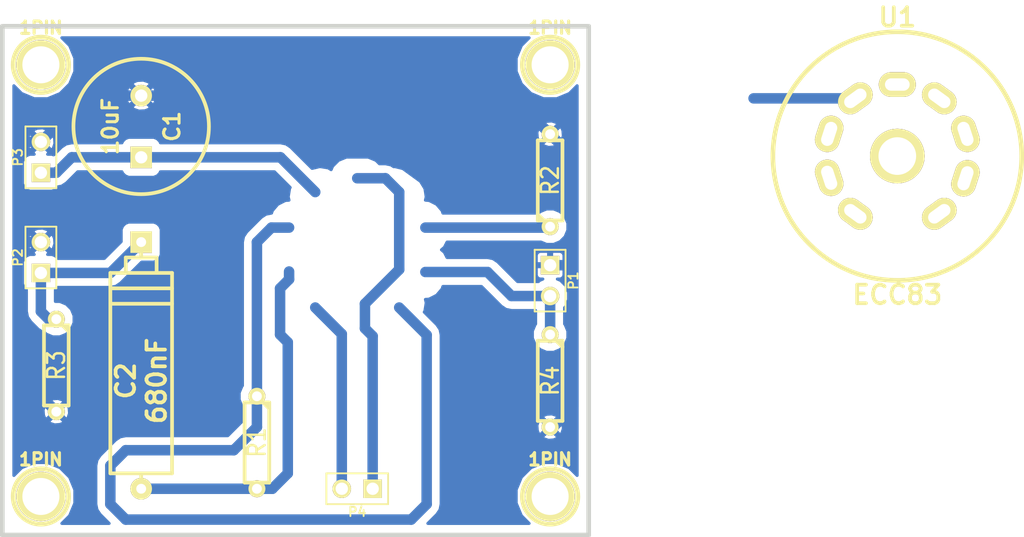
<source format=kicad_pcb>
(kicad_pcb (version 3) (host pcbnew "(2014-05-16 BZR 4868)-product")

  (general
    (links 20)
    (no_connects 0)
    (area 118.759514 89.3318 168.465501 133.6802)
    (thickness 1.6002)
    (drawings 4)
    (tracks 63)
    (zones 0)
    (modules 15)
    (nets 10)
  )

  (page A4)
  (layers
    (15 Dessus signal)
    (0 Dessous signal)
    (16 B.Adhes user)
    (17 F.Adhes user)
    (18 B.Paste user)
    (19 F.Paste user)
    (20 B.SilkS user)
    (21 F.SilkS user)
    (22 B.Mask user)
    (23 F.Mask user)
    (24 Dwgs.User user)
    (25 Cmts.User user)
    (26 Eco1.User user)
    (27 Eco2.User user)
    (28 Edge.Cuts user)
  )

  (setup
    (last_trace_width 0.8636)
    (user_trace_width 1)
    (user_trace_width 2)
    (user_trace_width 3)
    (trace_clearance 0.508)
    (zone_clearance 0.635)
    (zone_45_only no)
    (trace_min 0.154)
    (segment_width 0.381)
    (edge_width 0.381)
    (via_size 1.905)
    (via_drill 0.635)
    (via_min_size 0.889)
    (via_min_drill 0.508)
    (user_via 2 1)
    (user_via 3 2)
    (uvia_size 0.508)
    (uvia_drill 0.127)
    (uvias_allowed no)
    (uvia_min_size 0.508)
    (uvia_min_drill 0.127)
    (pcb_text_width 0.3048)
    (pcb_text_size 1.524 2.032)
    (mod_edge_width 0.381)
    (mod_text_size 1.524 1.524)
    (mod_text_width 0.3048)
    (pad_size 2.794 1.397)
    (pad_drill 1.9304)
    (pad_to_mask_clearance 0.254)
    (aux_axis_origin 0 0)
    (visible_elements FFFFFFBF)
    (pcbplotparams
      (layerselection 3178497)
      (usegerberextensions true)
      (excludeedgelayer true)
      (linewidth 0.150000)
      (plotframeref false)
      (viasonmask false)
      (mode 1)
      (useauxorigin false)
      (hpglpennumber 1)
      (hpglpenspeed 20)
      (hpglpendiameter 15)
      (hpglpenoverlay 2)
      (psnegative false)
      (psa4output false)
      (plotreference true)
      (plotvalue true)
      (plotothertext true)
      (plotinvisibletext false)
      (padsonsilk false)
      (subtractmaskfromsilk false)
      (outputformat 1)
      (mirror false)
      (drillshape 1)
      (scaleselection 1)
      (outputdirectory ""))
  )

  (net 0 "")
  (net 1 GND)
  (net 2 N-000001)
  (net 3 N-000002)
  (net 4 N-000003)
  (net 5 N-000004)
  (net 6 N-000005)
  (net 7 N-000006)
  (net 8 N-000007)
  (net 9 N-000008)

  (net_class Default "Ceci est la Netclass par défaut"
    (clearance 0.508)
    (trace_width 0.8636)
    (via_dia 1.905)
    (via_drill 0.635)
    (uvia_dia 0.508)
    (uvia_drill 0.127)
    (add_net GND)
    (add_net N-000001)
    (add_net N-000002)
    (add_net N-000003)
    (add_net N-000004)
    (add_net N-000005)
    (add_net N-000006)
    (add_net N-000007)
    (add_net N-000008)
  )

  (module C2V10 (layer Dessus) (tedit 41854742) (tstamp 4549F4BE)
    (at 131.445 99.06 90)
    (descr "Condensateur polarise")
    (tags CP)
    (fp_text reference C1 (at 0 2.54 90) (layer F.SilkS)
      (effects (font (size 1.27 1.27) (thickness 0.254)))
    )
    (fp_text value 10uF (at 0 -2.54 90) (layer F.SilkS)
      (effects (font (size 1.27 1.27) (thickness 0.254)))
    )
    (fp_circle (center 0 0) (end 4.826 -2.794) (layer F.SilkS) (width 0.3048))
    (pad 1 thru_hole rect (at -2.54 0 90) (size 1.778 1.778) (drill 1.016) (layers *.Cu *.Mask F.SilkS)
      (net 7 N-000006))
    (pad 2 thru_hole circle (at 2.54 0 90) (size 1.778 1.778) (drill 1.016) (layers *.Cu *.Mask F.SilkS)
      (net 1 GND))
    (model discret/c_vert_c2v10.wrl
      (at (xyz 0 0 0))
      (scale (xyz 1 1 1))
      (rotate (xyz 0 0 0))
    )
  )

  (module R3 (layer Dessus) (tedit 200000) (tstamp 4549F38A)
    (at 140.97 125.095 270)
    (descr "Resitance 3 pas")
    (tags R)
    (autoplace_cost180 10)
    (fp_text reference R1 (at 0 0 270) (layer F.SilkS)
      (effects (font (size 1.397 1.27) (thickness 0.2032)))
    )
    (fp_text value 1.5K (at 0 0 270) (layer F.SilkS) hide
      (effects (font (size 1.397 1.27) (thickness 0.2032)))
    )
    (fp_line (start -3.81 0) (end -3.302 0) (layer F.SilkS) (width 0.3048))
    (fp_line (start 3.81 0) (end 3.302 0) (layer F.SilkS) (width 0.3048))
    (fp_line (start 3.302 0) (end 3.302 -1.016) (layer F.SilkS) (width 0.3048))
    (fp_line (start 3.302 -1.016) (end -3.302 -1.016) (layer F.SilkS) (width 0.3048))
    (fp_line (start -3.302 -1.016) (end -3.302 1.016) (layer F.SilkS) (width 0.3048))
    (fp_line (start -3.302 1.016) (end 3.302 1.016) (layer F.SilkS) (width 0.3048))
    (fp_line (start 3.302 1.016) (end 3.302 0) (layer F.SilkS) (width 0.3048))
    (fp_line (start -3.302 -0.508) (end -2.794 -1.016) (layer F.SilkS) (width 0.3048))
    (pad 1 thru_hole circle (at -3.81 0 270) (size 1.397 1.397) (drill 0.8128) (layers *.Cu *.Mask F.SilkS)
      (net 5 N-000004))
    (pad 2 thru_hole circle (at 3.81 0 270) (size 1.397 1.397) (drill 0.8128) (layers *.Cu *.Mask F.SilkS)
      (net 9 N-000008))
    (model discret/resistor.wrl
      (at (xyz 0 0 0))
      (scale (xyz 0.3 0.3 0.3))
      (rotate (xyz 0 0 0))
    )
  )

  (module R3 (layer Dessus) (tedit 200000) (tstamp 4549F3AD)
    (at 124.46 118.745 270)
    (descr "Resitance 3 pas")
    (tags R)
    (autoplace_cost180 10)
    (fp_text reference R3 (at 0 0 270) (layer F.SilkS)
      (effects (font (size 1.397 1.27) (thickness 0.2032)))
    )
    (fp_text value 100K (at 0 0 270) (layer F.SilkS) hide
      (effects (font (size 1.397 1.27) (thickness 0.2032)))
    )
    (fp_line (start -3.81 0) (end -3.302 0) (layer F.SilkS) (width 0.3048))
    (fp_line (start 3.81 0) (end 3.302 0) (layer F.SilkS) (width 0.3048))
    (fp_line (start 3.302 0) (end 3.302 -1.016) (layer F.SilkS) (width 0.3048))
    (fp_line (start 3.302 -1.016) (end -3.302 -1.016) (layer F.SilkS) (width 0.3048))
    (fp_line (start -3.302 -1.016) (end -3.302 1.016) (layer F.SilkS) (width 0.3048))
    (fp_line (start -3.302 1.016) (end 3.302 1.016) (layer F.SilkS) (width 0.3048))
    (fp_line (start 3.302 1.016) (end 3.302 0) (layer F.SilkS) (width 0.3048))
    (fp_line (start -3.302 -0.508) (end -2.794 -1.016) (layer F.SilkS) (width 0.3048))
    (pad 1 thru_hole circle (at -3.81 0 270) (size 1.397 1.397) (drill 0.8128) (layers *.Cu *.Mask F.SilkS)
      (net 4 N-000003))
    (pad 2 thru_hole circle (at 3.81 0 270) (size 1.397 1.397) (drill 0.8128) (layers *.Cu *.Mask F.SilkS)
      (net 1 GND))
    (model discret/resistor.wrl
      (at (xyz 0 0 0))
      (scale (xyz 0.3 0.3 0.3))
      (rotate (xyz 0 0 0))
    )
  )

  (module R3 (layer Dessus) (tedit 200000) (tstamp 4549F3A2)
    (at 165.1 120.015 270)
    (descr "Resitance 3 pas")
    (tags R)
    (autoplace_cost180 10)
    (fp_text reference R4 (at 0 0 270) (layer F.SilkS)
      (effects (font (size 1.397 1.27) (thickness 0.2032)))
    )
    (fp_text value 47K (at 0 0 270) (layer F.SilkS) hide
      (effects (font (size 1.397 1.27) (thickness 0.2032)))
    )
    (fp_line (start -3.81 0) (end -3.302 0) (layer F.SilkS) (width 0.3048))
    (fp_line (start 3.81 0) (end 3.302 0) (layer F.SilkS) (width 0.3048))
    (fp_line (start 3.302 0) (end 3.302 -1.016) (layer F.SilkS) (width 0.3048))
    (fp_line (start 3.302 -1.016) (end -3.302 -1.016) (layer F.SilkS) (width 0.3048))
    (fp_line (start -3.302 -1.016) (end -3.302 1.016) (layer F.SilkS) (width 0.3048))
    (fp_line (start -3.302 1.016) (end 3.302 1.016) (layer F.SilkS) (width 0.3048))
    (fp_line (start 3.302 1.016) (end 3.302 0) (layer F.SilkS) (width 0.3048))
    (fp_line (start -3.302 -0.508) (end -2.794 -1.016) (layer F.SilkS) (width 0.3048))
    (pad 1 thru_hole circle (at -3.81 0 270) (size 1.397 1.397) (drill 0.8128) (layers *.Cu *.Mask F.SilkS)
      (net 8 N-000007))
    (pad 2 thru_hole circle (at 3.81 0 270) (size 1.397 1.397) (drill 0.8128) (layers *.Cu *.Mask F.SilkS)
      (net 1 GND))
    (model discret/resistor.wrl
      (at (xyz 0 0 0))
      (scale (xyz 0.3 0.3 0.3))
      (rotate (xyz 0 0 0))
    )
  )

  (module R3 (layer Dessus) (tedit 200000) (tstamp 4549F39D)
    (at 165.1 103.505 90)
    (descr "Resitance 3 pas")
    (tags R)
    (autoplace_cost180 10)
    (fp_text reference R2 (at 0 0 90) (layer F.SilkS)
      (effects (font (size 1.397 1.27) (thickness 0.2032)))
    )
    (fp_text value 1.5K (at 0 0 90) (layer F.SilkS) hide
      (effects (font (size 1.397 1.27) (thickness 0.2032)))
    )
    (fp_line (start -3.81 0) (end -3.302 0) (layer F.SilkS) (width 0.3048))
    (fp_line (start 3.81 0) (end 3.302 0) (layer F.SilkS) (width 0.3048))
    (fp_line (start 3.302 0) (end 3.302 -1.016) (layer F.SilkS) (width 0.3048))
    (fp_line (start 3.302 -1.016) (end -3.302 -1.016) (layer F.SilkS) (width 0.3048))
    (fp_line (start -3.302 -1.016) (end -3.302 1.016) (layer F.SilkS) (width 0.3048))
    (fp_line (start -3.302 1.016) (end 3.302 1.016) (layer F.SilkS) (width 0.3048))
    (fp_line (start 3.302 1.016) (end 3.302 0) (layer F.SilkS) (width 0.3048))
    (fp_line (start -3.302 -0.508) (end -2.794 -1.016) (layer F.SilkS) (width 0.3048))
    (pad 1 thru_hole circle (at -3.81 0 90) (size 1.397 1.397) (drill 0.8128) (layers *.Cu *.Mask F.SilkS)
      (net 6 N-000005))
    (pad 2 thru_hole circle (at 3.81 0 90) (size 1.397 1.397) (drill 0.8128) (layers *.Cu *.Mask F.SilkS)
      (net 1 GND))
    (model discret/resistor.wrl
      (at (xyz 0 0 0))
      (scale (xyz 0.3 0.3 0.3))
      (rotate (xyz 0 0 0))
    )
  )

  (module 1pin (layer Dessus) (tedit 200000) (tstamp 454CC08A)
    (at 123.19 93.98)
    (descr "module 1 pin (ou trou mecanique de percage)")
    (tags DEV)
    (fp_text reference 1PIN (at 0 -3.048) (layer F.SilkS)
      (effects (font (size 1.016 1.016) (thickness 0.254)))
    )
    (fp_text value P*** (at 0 2.794) (layer F.SilkS) hide
      (effects (font (size 1.016 1.016) (thickness 0.254)))
    )
    (fp_circle (center 0 0) (end 0 -2.286) (layer F.SilkS) (width 0.381))
    (pad 1 thru_hole circle (at 0 0) (size 4.064 4.064) (drill 3.048) (layers *.Cu *.Mask F.SilkS))
  )

  (module 1pin (layer Dessus) (tedit 200000) (tstamp 454CC090)
    (at 165.1 93.98)
    (descr "module 1 pin (ou trou mecanique de percage)")
    (tags DEV)
    (fp_text reference 1PIN (at 0 -3.048) (layer F.SilkS)
      (effects (font (size 1.016 1.016) (thickness 0.254)))
    )
    (fp_text value GND (at 0 2.794) (layer F.SilkS) hide
      (effects (font (size 1.016 1.016) (thickness 0.254)))
    )
    (fp_circle (center 0 0) (end 0 -2.286) (layer F.SilkS) (width 0.381))
    (pad 1 thru_hole circle (at 0 0) (size 4.064 4.064) (drill 3.048) (layers *.Cu *.Mask F.SilkS))
  )

  (module 1pin (layer Dessus) (tedit 200000) (tstamp 454CC096)
    (at 165.1 129.54)
    (descr "module 1 pin (ou trou mecanique de percage)")
    (tags DEV)
    (fp_text reference 1PIN (at 0 -3.048) (layer F.SilkS)
      (effects (font (size 1.016 1.016) (thickness 0.254)))
    )
    (fp_text value P*** (at 0 2.794) (layer F.SilkS) hide
      (effects (font (size 1.016 1.016) (thickness 0.254)))
    )
    (fp_circle (center 0 0) (end 0 -2.286) (layer F.SilkS) (width 0.381))
    (pad 1 thru_hole circle (at 0 0) (size 4.064 4.064) (drill 3.048) (layers *.Cu *.Mask F.SilkS))
  )

  (module 1pin (layer Dessus) (tedit 200000) (tstamp 454CC09B)
    (at 123.19 129.54)
    (descr "module 1 pin (ou trou mecanique de percage)")
    (tags DEV)
    (fp_text reference 1PIN (at 0 -3.048) (layer F.SilkS)
      (effects (font (size 1.016 1.016) (thickness 0.254)))
    )
    (fp_text value P*** (at 0 2.794) (layer F.SilkS) hide
      (effects (font (size 1.016 1.016) (thickness 0.254)))
    )
    (fp_circle (center 0 0) (end 0 -2.286) (layer F.SilkS) (width 0.381))
    (pad 1 thru_hole circle (at 0 0) (size 4.064 4.064) (drill 3.048) (layers *.Cu *.Mask F.SilkS))
  )

  (module CP8 (layer Dessus) (tedit 200000) (tstamp 4549F3BE)
    (at 131.445 118.745 270)
    (descr "Condensateur polarise")
    (tags CP)
    (fp_text reference C2 (at 1.27 1.27 270) (layer F.SilkS)
      (effects (font (thickness 0.3048)))
    )
    (fp_text value 680nF (at 1.27 -1.27 270) (layer F.SilkS)
      (effects (font (thickness 0.3048)))
    )
    (fp_line (start -10.16 0) (end -8.89 0) (layer F.SilkS) (width 0.3048))
    (fp_line (start -7.62 1.27) (end -8.89 1.27) (layer F.SilkS) (width 0.3048))
    (fp_line (start -8.89 1.27) (end -8.89 -1.27) (layer F.SilkS) (width 0.3048))
    (fp_line (start -8.89 -1.27) (end -7.62 -1.27) (layer F.SilkS) (width 0.3048))
    (fp_line (start -7.62 2.54) (end -7.62 -2.54) (layer F.SilkS) (width 0.3048))
    (fp_line (start -7.62 -2.54) (end 8.89 -2.54) (layer F.SilkS) (width 0.3048))
    (fp_line (start 8.89 -2.54) (end 8.89 2.54) (layer F.SilkS) (width 0.3048))
    (fp_line (start 8.89 2.54) (end -7.62 2.54) (layer F.SilkS) (width 0.3048))
    (fp_line (start 8.89 0) (end 10.16 0) (layer F.SilkS) (width 0.3048))
    (fp_line (start -5.08 -2.54) (end -5.08 2.54) (layer F.SilkS) (width 0.3048))
    (fp_line (start -6.35 2.54) (end -6.35 -2.54) (layer F.SilkS) (width 0.3048))
    (pad 1 thru_hole rect (at -10.16 0 270) (size 1.778 1.778) (drill 0.8128) (layers *.Cu *.Mask F.SilkS)
      (net 4 N-000003))
    (pad 2 thru_hole circle (at 10.16 0 270) (size 1.778 1.778) (drill 0.8128) (layers *.Cu *.Mask F.SilkS)
      (net 9 N-000008))
    (model discret/c_pol.wrl
      (at (xyz 0 0 0))
      (scale (xyz 0.8 0.8 0.8))
      (rotate (xyz 0 0 0))
    )
  )

  (module ECC-83-2 (layer Dessus) (tedit 46F8A1CF) (tstamp 454A08DD)
    (at 193.675 101.4984)
    (fp_text reference U1 (at 0 -11.43) (layer F.SilkS)
      (effects (font (thickness 0.3048)))
    )
    (fp_text value ECC83 (at 0 11.43) (layer F.SilkS)
      (effects (font (thickness 0.3048)))
    )
    (fp_circle (center 0 0) (end 10.16 1.27) (layer F.SilkS) (width 0.381))
    (pad 1 thru_hole oval (at 3.4544 4.75488 306) (size 2.032 3.048) (drill oval 1.016 2.032) (layers *.Cu *.Mask F.SilkS)
      (net 5 N-000004))
    (pad 2 thru_hole oval (at 5.60832 1.8288 342) (size 2.032 3.048) (drill oval 1.016 2.032) (layers *.Cu *.Mask F.SilkS)
      (net 8 N-000007))
    (pad 3 thru_hole oval (at 5.60832 -1.8288 18) (size 2.032 3.048) (drill oval 1.016 2.032) (layers *.Cu *.Mask F.SilkS)
      (net 6 N-000005))
    (pad 4 thru_hole oval (at 3.4544 -4.75488 54) (size 2.032 3.048) (drill oval 1.016 2.032) (layers *.Cu *.Mask F.SilkS)
      (net 2 N-000001))
    (pad 5 thru_hole oval (at 0 -5.8928 90) (size 2.032 3.048) (drill oval 1.016 2.032) (layers *.Cu *.Mask F.SilkS)
      (net 2 N-000001))
    (pad 6 thru_hole oval (at -3.4544 -4.75488 306) (size 2.032 3.048) (drill oval 1.016 2.032) (layers *.Cu *.Mask F.SilkS)
      (net 7 N-000006))
    (pad 7 thru_hole oval (at -5.60832 -1.8288 342) (size 2.032 3.048) (drill oval 1.016 2.032) (layers *.Cu *.Mask F.SilkS)
      (net 5 N-000004))
    (pad 8 thru_hole oval (at -5.60832 1.78816 18) (size 2.032 3.048) (drill oval 1.016 2.032) (layers *.Cu *.Mask F.SilkS)
      (net 9 N-000008))
    (pad 9 thru_hole oval (at -3.4544 4.75488 54) (size 2.032 3.048) (drill oval 1.016 2.032) (layers *.Cu *.Mask F.SilkS)
      (net 3 N-000002))
    (pad 10 thru_hole circle (at 0 0) (size 4.50088 4.50088) (drill 3.0988) (layers *.Cu *.Mask F.SilkS))
    (model valves/ecc83.wrl
      (at (xyz 0 0 0))
      (scale (xyz 1 1 1))
      (rotate (xyz 0 0 0))
    )
  )

  (module PIN_ARRAY_2X1 (layer Dessus) (tedit 4565C520) (tstamp 456A8ACC)
    (at 149.225 128.905 180)
    (descr "Connecteurs 2 pins")
    (tags "CONN DEV")
    (fp_text reference P4 (at 0 -1.905 180) (layer F.SilkS)
      (effects (font (size 0.762 0.762) (thickness 0.1524)))
    )
    (fp_text value CONN_2 (at 0 -1.905 180) (layer F.SilkS) hide
      (effects (font (size 0.762 0.762) (thickness 0.1524)))
    )
    (fp_line (start -2.54 1.27) (end -2.54 -1.27) (layer F.SilkS) (width 0.1524))
    (fp_line (start -2.54 -1.27) (end 2.54 -1.27) (layer F.SilkS) (width 0.1524))
    (fp_line (start 2.54 -1.27) (end 2.54 1.27) (layer F.SilkS) (width 0.1524))
    (fp_line (start 2.54 1.27) (end -2.54 1.27) (layer F.SilkS) (width 0.1524))
    (pad 1 thru_hole rect (at -1.27 0 180) (size 1.524 1.524) (drill 1.016) (layers *.Cu *.Mask F.SilkS)
      (net 2 N-000001))
    (pad 2 thru_hole circle (at 1.27 0 180) (size 1.524 1.524) (drill 1.016) (layers *.Cu *.Mask F.SilkS)
      (net 3 N-000002))
    (model pin_array/pins_array_2x1.wrl
      (at (xyz 0 0 0))
      (scale (xyz 1 1 1))
      (rotate (xyz 0 0 0))
    )
  )

  (module PIN_ARRAY_2X1 (layer Dessus) (tedit 4565C520) (tstamp 4549F46C)
    (at 123.19 109.855 90)
    (descr "Connecteurs 2 pins")
    (tags "CONN DEV")
    (fp_text reference P2 (at 0 -1.905 90) (layer F.SilkS)
      (effects (font (size 0.762 0.762) (thickness 0.1524)))
    )
    (fp_text value OUT (at 0 -1.905 90) (layer F.SilkS) hide
      (effects (font (size 0.762 0.762) (thickness 0.1524)))
    )
    (fp_line (start -2.54 1.27) (end -2.54 -1.27) (layer F.SilkS) (width 0.1524))
    (fp_line (start -2.54 -1.27) (end 2.54 -1.27) (layer F.SilkS) (width 0.1524))
    (fp_line (start 2.54 -1.27) (end 2.54 1.27) (layer F.SilkS) (width 0.1524))
    (fp_line (start 2.54 1.27) (end -2.54 1.27) (layer F.SilkS) (width 0.1524))
    (pad 1 thru_hole rect (at -1.27 0 90) (size 1.524 1.524) (drill 1.016) (layers *.Cu *.Mask F.SilkS)
      (net 4 N-000003))
    (pad 2 thru_hole circle (at 1.27 0 90) (size 1.524 1.524) (drill 1.016) (layers *.Cu *.Mask F.SilkS)
      (net 1 GND))
    (model pin_array/pins_array_2x1.wrl
      (at (xyz 0 0 0))
      (scale (xyz 1 1 1))
      (rotate (xyz 0 0 0))
    )
  )

  (module PIN_ARRAY_2X1 (layer Dessus) (tedit 4565C520) (tstamp 4549F464)
    (at 165.1 111.76 270)
    (descr "Connecteurs 2 pins")
    (tags "CONN DEV")
    (fp_text reference P1 (at 0 -1.905 270) (layer F.SilkS)
      (effects (font (size 0.762 0.762) (thickness 0.1524)))
    )
    (fp_text value IN (at 0 -1.905 270) (layer F.SilkS) hide
      (effects (font (size 0.762 0.762) (thickness 0.1524)))
    )
    (fp_line (start -2.54 1.27) (end -2.54 -1.27) (layer F.SilkS) (width 0.1524))
    (fp_line (start -2.54 -1.27) (end 2.54 -1.27) (layer F.SilkS) (width 0.1524))
    (fp_line (start 2.54 -1.27) (end 2.54 1.27) (layer F.SilkS) (width 0.1524))
    (fp_line (start 2.54 1.27) (end -2.54 1.27) (layer F.SilkS) (width 0.1524))
    (pad 1 thru_hole rect (at -1.27 0 270) (size 1.524 1.524) (drill 1.016) (layers *.Cu *.Mask F.SilkS)
      (net 1 GND))
    (pad 2 thru_hole circle (at 1.27 0 270) (size 1.524 1.524) (drill 1.016) (layers *.Cu *.Mask F.SilkS)
      (net 8 N-000007))
    (model pin_array/pins_array_2x1.wrl
      (at (xyz 0 0 0))
      (scale (xyz 1 1 1))
      (rotate (xyz 0 0 0))
    )
  )

  (module PIN_ARRAY_2X1 (layer Dessus) (tedit 4565C520) (tstamp 4549F4A5)
    (at 123.19 101.6 90)
    (descr "Connecteurs 2 pins")
    (tags "CONN DEV")
    (fp_text reference P3 (at 0 -1.905 90) (layer F.SilkS)
      (effects (font (size 0.762 0.762) (thickness 0.1524)))
    )
    (fp_text value POWER (at 0 -1.905 90) (layer F.SilkS) hide
      (effects (font (size 0.762 0.762) (thickness 0.1524)))
    )
    (fp_line (start -2.54 1.27) (end -2.54 -1.27) (layer F.SilkS) (width 0.1524))
    (fp_line (start -2.54 -1.27) (end 2.54 -1.27) (layer F.SilkS) (width 0.1524))
    (fp_line (start 2.54 -1.27) (end 2.54 1.27) (layer F.SilkS) (width 0.1524))
    (fp_line (start 2.54 1.27) (end -2.54 1.27) (layer F.SilkS) (width 0.1524))
    (pad 1 thru_hole rect (at -1.27 0 90) (size 1.524 1.524) (drill 1.016) (layers *.Cu *.Mask F.SilkS)
      (net 7 N-000006))
    (pad 2 thru_hole circle (at 1.27 0 90) (size 1.524 1.524) (drill 1.016) (layers *.Cu *.Mask F.SilkS)
      (net 1 GND))
    (model pin_array/pins_array_2x1.wrl
      (at (xyz 0 0 0))
      (scale (xyz 1 1 1))
      (rotate (xyz 0 0 0))
    )
  )

  (gr_line (start 168.275 132.715) (end 120.015 132.715) (angle 90) (layer Edge.Cuts) (width 0.381))
  (gr_line (start 168.275 90.805) (end 120.015 90.805) (angle 90) (layer Edge.Cuts) (width 0.381))
  (gr_line (start 168.275 90.805) (end 168.275 132.715) (angle 90) (layer Edge.Cuts) (width 0.381))
  (gr_line (start 120.015 90.805) (end 120.015 132.715) (angle 90) (layer Edge.Cuts) (width 0.381))

  (segment (start 124.46 122.555) (end 121.285 119.38) (width 0.8636) (layer Dessous) (net 1))
  (segment (start 121.285 119.38) (end 121.285 118.745) (width 0.8636) (layer Dessous) (net 1))
  (segment (start 167.005 101.6) (end 167.005 110.49) (width 0.8636) (layer Dessous) (net 1))
  (segment (start 167.005 101.6) (end 165.1 99.695) (width 0.8636) (layer Dessous) (net 1))
  (segment (start 165.1 123.825) (end 165.354 123.825) (width 0.8636) (layer Dessous) (net 1))
  (segment (start 165.354 123.825) (end 167.005 122.174) (width 0.8636) (layer Dessous) (net 1))
  (segment (start 121.285 108.585) (end 123.19 108.585) (width 0.8636) (layer Dessous) (net 1) (status 400))
  (segment (start 123.19 100.33) (end 121.285 100.33) (width 0.8636) (layer Dessous) (net 1) (status 800))
  (segment (start 167.005 110.49) (end 167.005 122.174) (width 0.8636) (layer Dessous) (net 1))
  (segment (start 161.925 96.52) (end 165.1 99.695) (width 0.8636) (layer Dessous) (net 1) (status 400))
  (segment (start 131.445 96.52) (end 161.925 96.52) (width 0.8636) (layer Dessous) (net 1) (status 800))
  (segment (start 127 96.52) (end 131.445 96.52) (width 0.8636) (layer Dessous) (net 1) (status 400))
  (segment (start 123.19 100.33) (end 127 96.52) (width 0.8636) (layer Dessous) (net 1) (status 800))
  (segment (start 121.285 100.33) (end 121.285 108.585) (width 0.8636) (layer Dessous) (net 1))
  (segment (start 121.285 108.585) (end 121.285 118.745) (width 0.8636) (layer Dessous) (net 1))
  (segment (start 165.1 110.49) (end 167.005 110.49) (width 0.8636) (layer Dessous) (net 1) (status 800))
  (segment (start 152.6794 110.8456) (end 149.86 113.665) (width 0.8636) (layer Dessous) (net 2))
  (segment (start 149.86 115.697) (end 150.495 116.332) (width 0.8636) (layer Dessous) (net 2))
  (segment (start 149.86 113.665) (end 149.86 115.697) (width 0.8636) (layer Dessous) (net 2))
  (segment (start 149.225 103.3272) (end 151.54148 103.3272) (width 0.8636) (layer Dessous) (net 2))
  (segment (start 151.54148 103.3272) (end 152.6794 104.46512) (width 0.8636) (layer Dessous) (net 2) (status 400))
  (segment (start 152.6794 104.46512) (end 152.6794 110.8456) (width 0.8636) (layer Dessous) (net 2) (status 800))
  (segment (start 150.495 128.905) (end 150.495 116.332) (width 0.8636) (layer Dessous) (net 2) (status 800))
  (segment (start 147.955 128.905) (end 147.955 116.15928) (width 0.8636) (layer Dessous) (net 3) (status 800))
  (segment (start 147.955 116.15928) (end 145.7706 113.97488) (width 0.8636) (layer Dessous) (net 3) (status 400))
  (segment (start 124.46 114.935) (end 123.825 114.935) (width 0.8636) (layer Dessous) (net 4))
  (segment (start 123.19 114.3) (end 123.19 111.125) (width 0.8636) (layer Dessous) (net 4))
  (segment (start 123.825 114.935) (end 123.19 114.3) (width 0.8636) (layer Dessous) (net 4))
  (segment (start 131.445 108.585) (end 128.905 111.125) (width 0.8636) (layer Dessous) (net 4) (status 800))
  (segment (start 128.905 111.125) (end 123.19 111.125) (width 0.8636) (layer Dessous) (net 4) (status 400))
  (segment (start 153.67 131.445) (end 154.94 130.175) (width 0.8636) (layer Dessous) (net 5))
  (segment (start 130.175 131.445) (end 153.67 131.445) (width 0.8636) (layer Dessous) (net 5))
  (segment (start 128.905 130.175) (end 130.175 131.445) (width 0.8636) (layer Dessous) (net 5))
  (segment (start 128.905 127) (end 128.905 130.175) (width 0.8636) (layer Dessous) (net 5))
  (segment (start 154.94 130.175) (end 154.94 116.23548) (width 0.8636) (layer Dessous) (net 5))
  (segment (start 154.94 116.23548) (end 152.6794 113.97488) (width 0.8636) (layer Dessous) (net 5) (status 400))
  (segment (start 140.97 121.285) (end 140.97 123.825) (width 0.8636) (layer Dessous) (net 5) (status 800))
  (segment (start 142.1638 107.3912) (end 140.97 108.585) (width 0.8636) (layer Dessous) (net 5))
  (segment (start 140.97 108.585) (end 140.97 121.285) (width 0.8636) (layer Dessous) (net 5) (status 400))
  (segment (start 143.61668 107.3912) (end 142.1638 107.3912) (width 0.8636) (layer Dessous) (net 5) (status 800))
  (segment (start 130.175 125.73) (end 128.905 127) (width 0.8636) (layer Dessous) (net 5))
  (segment (start 139.065 125.73) (end 130.175 125.73) (width 0.8636) (layer Dessous) (net 5))
  (segment (start 140.97 123.825) (end 139.065 125.73) (width 0.8636) (layer Dessous) (net 5))
  (segment (start 154.83332 107.3912) (end 165.0238 107.3912) (width 0.8636) (layer Dessous) (net 6) (status 800))
  (segment (start 165.0238 107.3912) (end 165.1 107.315) (width 0.8636) (layer Dessous) (net 6) (status 400))
  (segment (start 190.2206 96.74352) (end 181.84622 96.74352) (width 0.8636) (layer Dessous) (net 7))
  (segment (start 125.73 101.6) (end 131.445 101.6) (width 0.8636) (layer Dessous) (net 7) (status 400))
  (segment (start 123.19 102.87) (end 124.46 102.87) (width 0.8636) (layer Dessous) (net 7) (status 800))
  (segment (start 142.90548 101.6) (end 145.7706 104.46512) (width 0.8636) (layer Dessous) (net 7) (status 400))
  (segment (start 131.445 101.6) (end 142.90548 101.6) (width 0.8636) (layer Dessous) (net 7) (status 800))
  (segment (start 124.46 102.87) (end 125.73 101.6) (width 0.8636) (layer Dessous) (net 7))
  (segment (start 161.925 113.03) (end 165.1 113.03) (width 0.8636) (layer Dessous) (net 8) (status 400))
  (segment (start 159.9438 111.0488) (end 161.925 113.03) (width 0.8636) (layer Dessous) (net 8))
  (segment (start 165.1 113.03) (end 165.1 116.205) (width 0.8636) (layer Dessous) (net 8) (status C00))
  (segment (start 154.83332 111.0488) (end 159.9438 111.0488) (width 0.8636) (layer Dessous) (net 8) (status 800))
  (segment (start 142.875 116.205) (end 143.51 116.84) (width 0.8636) (layer Dessous) (net 9))
  (segment (start 142.875 112.395) (end 142.875 116.205) (width 0.8636) (layer Dessous) (net 9))
  (segment (start 143.61668 111.65332) (end 142.875 112.395) (width 0.8636) (layer Dessous) (net 9))
  (segment (start 140.97 128.905) (end 142.24 128.905) (width 0.8636) (layer Dessous) (net 9) (status 800))
  (segment (start 142.24 128.905) (end 143.51 127.635) (width 0.8636) (layer Dessous) (net 9))
  (segment (start 143.51 127.635) (end 143.51 116.84) (width 0.8636) (layer Dessous) (net 9))
  (segment (start 143.61668 111.00816) (end 143.61668 111.65332) (width 0.8636) (layer Dessous) (net 9) (status 800))
  (segment (start 131.445 128.905) (end 140.97 128.905) (width 0.8636) (layer Dessous) (net 9) (status C00))

  (zone (net 1) (net_name GND) (layer Dessous) (tstamp 4EED96A1) (hatch edge 0.508)
    (connect_pads (clearance 0.635))
    (min_thickness 0.254)
    (fill (arc_segments 16) (thermal_gap 0.254) (thermal_bridge_width 0.50038))
    (polygon
      (pts
        (xy 167.64 132.08) (xy 167.64 91.44) (xy 120.65 91.44) (xy 120.65 132.08)
      )
    )
    (filled_polygon
      (pts
        (xy 167.3225 127.81026) (xy 166.68496 127.17272) (xy 166.18966 126.96444) (xy 166.18966 123.95962) (xy 166.15664 123.5329)
        (xy 166.05504 123.28144) (xy 165.89248 123.20524) (xy 165.71976 123.37796) (xy 165.71976 123.03252) (xy 165.64356 122.86996)
        (xy 165.23462 122.73534) (xy 164.8079 122.76836) (xy 164.55644 122.86996) (xy 164.48024 123.03252) (xy 165.1 123.65228)
        (xy 165.71976 123.03252) (xy 165.71976 123.37796) (xy 165.27272 123.825) (xy 165.89248 124.44476) (xy 166.05504 124.36856)
        (xy 166.18966 123.95962) (xy 166.18966 126.96444) (xy 165.71976 126.76886) (xy 165.71976 124.61748) (xy 165.1 123.99772)
        (xy 164.92728 124.17044) (xy 164.92728 123.825) (xy 164.30752 123.20524) (xy 164.14496 123.28144) (xy 164.01034 123.69038)
        (xy 164.04336 124.1171) (xy 164.14496 124.36856) (xy 164.30752 124.44476) (xy 164.92728 123.825) (xy 164.92728 124.17044)
        (xy 164.48024 124.61748) (xy 164.55644 124.78004) (xy 164.96538 124.91466) (xy 165.3921 124.88164) (xy 165.64356 124.78004)
        (xy 165.71976 124.61748) (xy 165.71976 126.76886) (xy 165.6588 126.746) (xy 164.54628 126.746) (xy 163.52012 127.17018)
        (xy 162.73272 127.95504) (xy 162.306 128.9812) (xy 162.306 130.09372) (xy 162.73018 131.11988) (xy 163.37026 131.7625)
        (xy 155.03906 131.7625) (xy 155.78328 131.01828) (xy 156.04236 130.6322) (xy 156.13126 130.175) (xy 156.1338 130.175)
        (xy 156.1338 116.23548) (xy 156.04236 115.77828) (xy 155.78328 115.3922) (xy 155.78328 115.38966) (xy 154.74188 114.3508)
        (xy 154.79522 114.26698) (xy 154.90444 113.58118) (xy 154.8384 113.30686) (xy 155.1432 113.284) (xy 155.76296 112.96904)
        (xy 156.21254 112.44326) (xy 156.27604 112.2426) (xy 159.45104 112.2426) (xy 161.08172 113.87328) (xy 161.4678 114.13236)
        (xy 161.925 114.2238) (xy 163.9062 114.2238) (xy 163.9062 115.33378) (xy 163.86302 115.37696) (xy 163.6395 115.9129)
        (xy 163.6395 116.49456) (xy 163.86048 117.0305) (xy 164.27196 117.44198) (xy 164.8079 117.6655) (xy 165.38956 117.6655)
        (xy 165.9255 117.44452) (xy 166.33698 117.03304) (xy 166.5605 116.4971) (xy 166.5605 115.91544) (xy 166.33952 115.3795)
        (xy 166.2938 115.33378) (xy 166.2938 113.98758) (xy 166.39032 113.89106) (xy 166.62146 113.33226) (xy 166.62146 112.72774)
        (xy 166.39032 112.16894) (xy 165.96106 111.73968) (xy 165.6969 111.63046) (xy 165.7858 111.63046) (xy 165.93566 111.63046)
        (xy 166.07536 111.57458) (xy 166.18204 111.4679) (xy 166.24046 111.3282) (xy 166.243 110.7059) (xy 166.243 110.2741)
        (xy 166.24046 109.6518) (xy 166.18204 109.5121) (xy 166.07536 109.40542) (xy 165.93566 109.34954) (xy 165.7858 109.34954)
        (xy 165.3159 109.347) (xy 165.22192 109.44098) (xy 165.22192 110.36808) (xy 166.14902 110.36808) (xy 166.243 110.2741)
        (xy 166.243 110.7059) (xy 166.14902 110.61192) (xy 165.34892 110.61192) (xy 165.22192 110.61192) (xy 164.97808 110.61192)
        (xy 164.97808 110.36808) (xy 164.97808 109.44098) (xy 164.8841 109.347) (xy 164.4142 109.34954) (xy 164.26434 109.34954)
        (xy 164.12464 109.40542) (xy 164.01796 109.5121) (xy 163.95954 109.6518) (xy 163.957 110.2741) (xy 164.05098 110.36808)
        (xy 164.97808 110.36808) (xy 164.97808 110.61192) (xy 164.85108 110.61192) (xy 164.05098 110.61192) (xy 163.957 110.7059)
        (xy 163.95954 111.3282) (xy 164.01796 111.4679) (xy 164.12464 111.57458) (xy 164.26434 111.63046) (xy 164.4142 111.63046)
        (xy 164.50056 111.63046) (xy 164.23894 111.73968) (xy 164.14242 111.8362) (xy 162.41776 111.8362) (xy 160.78708 110.20552)
        (xy 160.401 109.94644) (xy 159.9438 109.855) (xy 156.6164 109.855) (xy 156.4005 109.42574) (xy 156.1592 109.22)
        (xy 156.4005 109.0168) (xy 156.61894 108.585) (xy 164.3507 108.585) (xy 164.8079 108.7755) (xy 165.38956 108.7755)
        (xy 165.9255 108.55452) (xy 166.33698 108.14304) (xy 166.5605 107.6071) (xy 166.5605 107.02544) (xy 166.33952 106.4895)
        (xy 166.18966 106.33964) (xy 166.18966 99.82962) (xy 166.15664 99.4029) (xy 166.05504 99.15144) (xy 165.89248 99.07524)
        (xy 165.71976 99.24796) (xy 165.71976 98.90252) (xy 165.64356 98.73996) (xy 165.23462 98.60534) (xy 164.8079 98.63836)
        (xy 164.55644 98.73996) (xy 164.48024 98.90252) (xy 165.1 99.52228) (xy 165.71976 98.90252) (xy 165.71976 99.24796)
        (xy 165.27272 99.695) (xy 165.89248 100.31476) (xy 166.05504 100.23856) (xy 166.18966 99.82962) (xy 166.18966 106.33964)
        (xy 165.92804 106.07802) (xy 165.71976 105.98912) (xy 165.71976 100.48748) (xy 165.1 99.86772) (xy 164.92728 100.04044)
        (xy 164.92728 99.695) (xy 164.30752 99.07524) (xy 164.14496 99.15144) (xy 164.01034 99.56038) (xy 164.04336 99.9871)
        (xy 164.14496 100.23856) (xy 164.30752 100.31476) (xy 164.92728 99.695) (xy 164.92728 100.04044) (xy 164.48024 100.48748)
        (xy 164.55644 100.65004) (xy 164.96538 100.78466) (xy 165.3921 100.75164) (xy 165.64356 100.65004) (xy 165.71976 100.48748)
        (xy 165.71976 105.98912) (xy 165.3921 105.8545) (xy 164.81044 105.8545) (xy 164.2745 106.07548) (xy 164.15258 106.1974)
        (xy 156.27858 106.1974) (xy 156.21508 105.99928) (xy 155.7655 105.47096) (xy 155.14574 105.156) (xy 154.8384 105.1306)
        (xy 154.90444 104.86136) (xy 154.79776 104.17556) (xy 154.43454 103.58374) (xy 153.8732 103.1748) (xy 152.97912 102.52456)
        (xy 152.30348 102.362) (xy 152.21966 102.37216) (xy 151.99868 102.22484) (xy 151.54148 102.1334) (xy 151.05126 102.1334)
        (xy 150.76678 101.84892) (xy 150.12416 101.58222) (xy 149.43074 101.58222) (xy 148.32838 101.58222) (xy 147.68576 101.84638)
        (xy 147.19554 102.3366) (xy 147.07616 102.61854) (xy 146.83486 102.47122) (xy 146.14906 102.362) (xy 145.50898 102.5144)
        (xy 143.74876 100.75672) (xy 143.36268 100.49764) (xy 142.90548 100.4062) (xy 133.02996 100.4062) (xy 132.97916 100.28174)
        (xy 132.7658 100.06838) (xy 132.72262 100.04806) (xy 132.72262 96.70034) (xy 132.69468 96.19742) (xy 132.55752 95.86468)
        (xy 132.37464 95.76308) (xy 132.20192 95.9358) (xy 132.20192 95.59036) (xy 132.10032 95.40748) (xy 131.62534 95.24238)
        (xy 131.12242 95.27032) (xy 130.78968 95.40748) (xy 130.68808 95.59036) (xy 131.445 96.34728) (xy 132.20192 95.59036)
        (xy 132.20192 95.9358) (xy 131.61772 96.52) (xy 132.37464 97.27692) (xy 132.55752 97.17532) (xy 132.72262 96.70034)
        (xy 132.72262 100.04806) (xy 132.4864 99.95154) (xy 132.20192 99.95154) (xy 132.20192 97.44964) (xy 131.445 96.69272)
        (xy 131.27228 96.86544) (xy 131.27228 96.52) (xy 130.51536 95.76308) (xy 130.33248 95.86468) (xy 130.16738 96.33966)
        (xy 130.19532 96.84258) (xy 130.33248 97.17532) (xy 130.51536 97.27692) (xy 131.27228 96.52) (xy 131.27228 96.86544)
        (xy 130.68808 97.44964) (xy 130.78968 97.63252) (xy 131.26466 97.79762) (xy 131.76758 97.76968) (xy 132.10032 97.63252)
        (xy 132.20192 97.44964) (xy 132.20192 99.95154) (xy 132.18414 99.95154) (xy 130.40614 99.95154) (xy 130.12674 100.06584)
        (xy 129.91338 100.2792) (xy 129.86004 100.4062) (xy 125.73 100.4062) (xy 125.2728 100.49764) (xy 124.88672 100.75672)
        (xy 124.34316 101.29774) (xy 124.34316 100.47986) (xy 124.31522 100.02774) (xy 124.19838 99.75088) (xy 124.0282 99.66452)
        (xy 123.85548 99.83724) (xy 123.85548 99.4918) (xy 123.76912 99.32162) (xy 123.33986 99.17684) (xy 122.88774 99.20478)
        (xy 122.61088 99.32162) (xy 122.52452 99.4918) (xy 123.19 100.15728) (xy 123.85548 99.4918) (xy 123.85548 99.83724)
        (xy 123.36272 100.33) (xy 124.0282 100.99548) (xy 124.19838 100.90912) (xy 124.34316 100.47986) (xy 124.34316 101.29774)
        (xy 124.23648 101.40442) (xy 124.1044 101.34854) (xy 123.80214 101.34854) (xy 123.74372 101.34854) (xy 123.76912 101.33838)
        (xy 123.85548 101.1682) (xy 123.19 100.50272) (xy 123.01728 100.67544) (xy 123.01728 100.33) (xy 122.3518 99.66452)
        (xy 122.18162 99.75088) (xy 122.03684 100.18014) (xy 122.06478 100.63226) (xy 122.18162 100.90912) (xy 122.3518 100.99548)
        (xy 123.01728 100.33) (xy 123.01728 100.67544) (xy 122.52452 101.1682) (xy 122.61088 101.33838) (xy 122.63882 101.34854)
        (xy 122.27814 101.34854) (xy 121.99874 101.46284) (xy 121.78538 101.6762) (xy 121.66854 101.9556) (xy 121.66854 102.25786)
        (xy 121.66854 103.78186) (xy 121.78284 104.06126) (xy 121.9962 104.27462) (xy 122.2756 104.39146) (xy 122.57786 104.39146)
        (xy 124.10186 104.39146) (xy 124.38126 104.27716) (xy 124.59462 104.0638) (xy 124.60478 104.03332) (xy 124.9172 103.97236)
        (xy 125.30328 103.71328) (xy 126.22276 102.7938) (xy 129.8575 102.7938) (xy 129.91084 102.91826) (xy 130.1242 103.13162)
        (xy 130.4036 103.24846) (xy 130.70586 103.24846) (xy 132.48386 103.24846) (xy 132.76326 103.13416) (xy 132.97662 102.9208)
        (xy 133.02742 102.7938) (xy 142.41018 102.7938) (xy 143.70558 104.08666) (xy 143.65478 104.17302) (xy 143.54556 104.85882)
        (xy 143.60906 105.1306) (xy 143.3068 105.156) (xy 142.68704 105.47096) (xy 142.23746 105.99674) (xy 142.17142 106.1974)
        (xy 142.1638 106.1974) (xy 141.7066 106.28884) (xy 141.31798 106.54792) (xy 140.12672 107.74172) (xy 139.86764 108.1278)
        (xy 139.7762 108.585) (xy 139.7762 120.41378) (xy 139.73302 120.45696) (xy 139.5095 120.9929) (xy 139.5095 121.57456)
        (xy 139.73048 122.1105) (xy 139.7762 122.15622) (xy 139.7762 123.3297) (xy 138.5697 124.5362) (xy 133.09346 124.5362)
        (xy 133.09346 109.6264) (xy 133.09346 109.32414) (xy 133.09346 107.54614) (xy 132.97916 107.26674) (xy 132.7658 107.05338)
        (xy 132.4864 106.93654) (xy 132.18414 106.93654) (xy 130.40614 106.93654) (xy 130.12674 107.05084) (xy 129.91338 107.2642)
        (xy 129.79654 107.5436) (xy 129.79654 107.84586) (xy 129.79654 108.5469) (xy 128.41224 109.9312) (xy 124.59462 109.9312)
        (xy 124.3838 109.72038) (xy 124.34316 109.7026) (xy 124.34316 108.73486) (xy 124.31522 108.28274) (xy 124.19838 108.00588)
        (xy 124.0282 107.91952) (xy 123.85548 108.09224) (xy 123.85548 107.7468) (xy 123.76912 107.57662) (xy 123.33986 107.43184)
        (xy 122.88774 107.45978) (xy 122.61088 107.57662) (xy 122.52452 107.7468) (xy 123.19 108.41228) (xy 123.85548 107.7468)
        (xy 123.85548 108.09224) (xy 123.36272 108.585) (xy 124.0282 109.25048) (xy 124.19838 109.16412) (xy 124.34316 108.73486)
        (xy 124.34316 109.7026) (xy 124.1044 109.60354) (xy 123.80214 109.60354) (xy 123.74372 109.60354) (xy 123.76912 109.59338)
        (xy 123.85548 109.4232) (xy 123.19 108.75772) (xy 123.01728 108.93044) (xy 123.01728 108.585) (xy 122.3518 107.91952)
        (xy 122.18162 108.00588) (xy 122.03684 108.43514) (xy 122.06478 108.88726) (xy 122.18162 109.16412) (xy 122.3518 109.25048)
        (xy 123.01728 108.585) (xy 123.01728 108.93044) (xy 122.52452 109.4232) (xy 122.61088 109.59338) (xy 122.63882 109.60354)
        (xy 122.27814 109.60354) (xy 121.99874 109.71784) (xy 121.78538 109.9312) (xy 121.66854 110.2106) (xy 121.66854 110.51286)
        (xy 121.66854 112.03686) (xy 121.78284 112.31626) (xy 121.9962 112.52962) (xy 121.9962 114.3) (xy 122.08764 114.7572)
        (xy 122.34672 115.14328) (xy 122.97918 115.77828) (xy 122.98172 115.77828) (xy 123.3678 116.03736) (xy 123.52782 116.06784)
        (xy 123.63196 116.17198) (xy 124.1679 116.3955) (xy 124.74956 116.3955) (xy 125.2855 116.17452) (xy 125.69698 115.76304)
        (xy 125.9205 115.2271) (xy 125.9205 114.64544) (xy 125.69952 114.1095) (xy 125.28804 113.69802) (xy 124.7521 113.4745)
        (xy 124.3838 113.4745) (xy 124.3838 112.52962) (xy 124.59462 112.3188) (xy 128.905 112.3188) (xy 129.3622 112.22736)
        (xy 129.74828 111.96828) (xy 131.4831 110.23346) (xy 132.48386 110.23346) (xy 132.76326 110.11916) (xy 132.97662 109.9058)
        (xy 133.09346 109.6264) (xy 133.09346 124.5362) (xy 130.175 124.5362) (xy 129.7178 124.62764) (xy 129.33172 124.88672)
        (xy 128.06172 126.15672) (xy 127.80264 126.5428) (xy 127.7112 127) (xy 127.7112 130.175) (xy 127.80264 130.6322)
        (xy 128.06172 131.01828) (xy 128.80594 131.7625) (xy 124.9172 131.7625) (xy 125.55728 131.12496) (xy 125.984 130.0988)
        (xy 125.984 128.98628) (xy 125.55982 127.96012) (xy 125.54966 127.94742) (xy 125.54966 122.68962) (xy 125.51664 122.2629)
        (xy 125.41504 122.01144) (xy 125.25248 121.93524) (xy 125.07976 122.10796) (xy 125.07976 121.76252) (xy 125.00356 121.59996)
        (xy 124.59462 121.46534) (xy 124.1679 121.49836) (xy 123.91644 121.59996) (xy 123.84024 121.76252) (xy 124.46 122.38228)
        (xy 125.07976 121.76252) (xy 125.07976 122.10796) (xy 124.63272 122.555) (xy 125.25248 123.17476) (xy 125.41504 123.09856)
        (xy 125.54966 122.68962) (xy 125.54966 127.94742) (xy 125.07976 127.47752) (xy 125.07976 123.34748) (xy 124.46 122.72772)
        (xy 124.28728 122.90044) (xy 124.28728 122.555) (xy 123.66752 121.93524) (xy 123.50496 122.01144) (xy 123.37034 122.42038)
        (xy 123.40336 122.8471) (xy 123.50496 123.09856) (xy 123.66752 123.17476) (xy 124.28728 122.555) (xy 124.28728 122.90044)
        (xy 123.84024 123.34748) (xy 123.91644 123.51004) (xy 124.32538 123.64466) (xy 124.7521 123.61164) (xy 125.00356 123.51004)
        (xy 125.07976 123.34748) (xy 125.07976 127.47752) (xy 124.77496 127.17272) (xy 123.7488 126.746) (xy 122.63628 126.746)
        (xy 121.61012 127.17018) (xy 120.9675 127.81026) (xy 120.9675 95.7072) (xy 121.60504 96.34728) (xy 122.6312 96.774)
        (xy 123.74372 96.774) (xy 124.76988 96.34982) (xy 125.55728 95.56496) (xy 125.984 94.5388) (xy 125.984 93.42628)
        (xy 125.55982 92.40012) (xy 124.9172 91.7575) (xy 163.37026 91.7575) (xy 162.73272 92.39504) (xy 162.306 93.4212)
        (xy 162.306 94.53372) (xy 162.73018 95.55988) (xy 163.51504 96.34728) (xy 164.5412 96.774) (xy 165.65372 96.774)
        (xy 166.67988 96.34982) (xy 167.3225 95.7072) (xy 167.3225 127.81026)
      )
    )
  )
)

</source>
